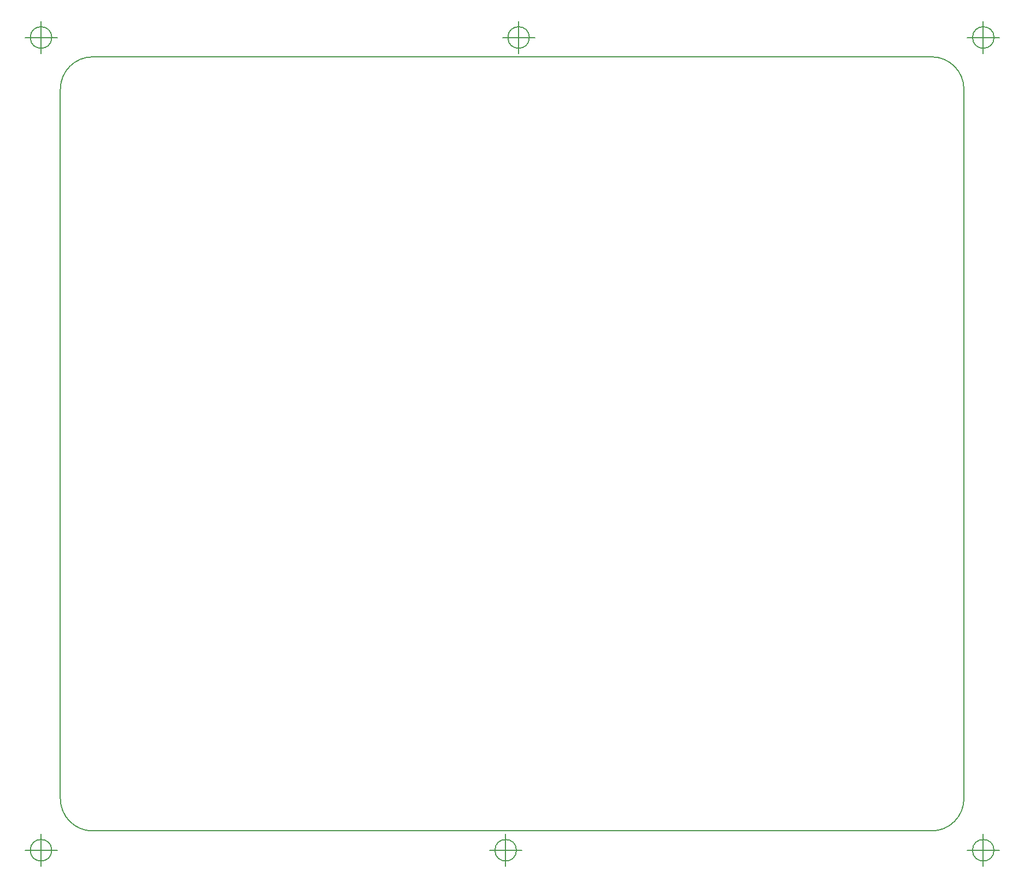
<source format=gbr>
G04 #@! TF.GenerationSoftware,KiCad,Pcbnew,no-vcs-found-7420~56~ubuntu16.04.1*
G04 #@! TF.CreationDate,2017-01-02T14:23:42+01:00*
G04 #@! TF.ProjectId,Mainboard,4D61696E626F6172642E6B696361645F,1.0*
G04 #@! TF.FileFunction,Profile,NP*
%FSLAX46Y46*%
G04 Gerber Fmt 4.6, Leading zero omitted, Abs format (unit mm)*
G04 Created by KiCad (PCBNEW no-vcs-found-7420~56~ubuntu16.04.1) date Mon Jan  2 14:23:42 2017*
%MOMM*%
%LPD*%
G01*
G04 APERTURE LIST*
%ADD10C,0.100000*%
%ADD11C,0.150000*%
G04 APERTURE END LIST*
D10*
D11*
X105000000Y-100000000D02*
G75*
G03X100000000Y-105000000I0J-5000000D01*
G01*
X100000000Y-215000000D02*
G75*
G03X105000000Y-220000000I5000000J0D01*
G01*
X235000000Y-220000000D02*
G75*
G03X240000000Y-215000000I0J5000000D01*
G01*
X240000000Y-105000000D02*
G75*
G03X235000000Y-100000000I-5000000J0D01*
G01*
X170666666Y-223000000D02*
G75*
G03X170666666Y-223000000I-1666666J0D01*
G01*
X166500000Y-223000000D02*
X171500000Y-223000000D01*
X169000000Y-220500000D02*
X169000000Y-225500000D01*
X98666666Y-223000000D02*
G75*
G03X98666666Y-223000000I-1666666J0D01*
G01*
X94500000Y-223000000D02*
X99500000Y-223000000D01*
X97000000Y-220500000D02*
X97000000Y-225500000D01*
X244666666Y-223000000D02*
G75*
G03X244666666Y-223000000I-1666666J0D01*
G01*
X240500000Y-223000000D02*
X245500000Y-223000000D01*
X243000000Y-220500000D02*
X243000000Y-225500000D01*
X172666666Y-97000000D02*
G75*
G03X172666666Y-97000000I-1666666J0D01*
G01*
X168500000Y-97000000D02*
X173500000Y-97000000D01*
X171000000Y-94500000D02*
X171000000Y-99500000D01*
X244666666Y-97000000D02*
G75*
G03X244666666Y-97000000I-1666666J0D01*
G01*
X240500000Y-97000000D02*
X245500000Y-97000000D01*
X243000000Y-94500000D02*
X243000000Y-99500000D01*
X98666666Y-97000000D02*
G75*
G03X98666666Y-97000000I-1666666J0D01*
G01*
X94500000Y-97000000D02*
X99500000Y-97000000D01*
X97000000Y-94500000D02*
X97000000Y-99500000D01*
X100000000Y-215000000D02*
X100000000Y-105000000D01*
X235000000Y-220000000D02*
X105000000Y-220000000D01*
X240000000Y-105000000D02*
X240000000Y-215000000D01*
X105000000Y-100000000D02*
X235000000Y-100000000D01*
M02*

</source>
